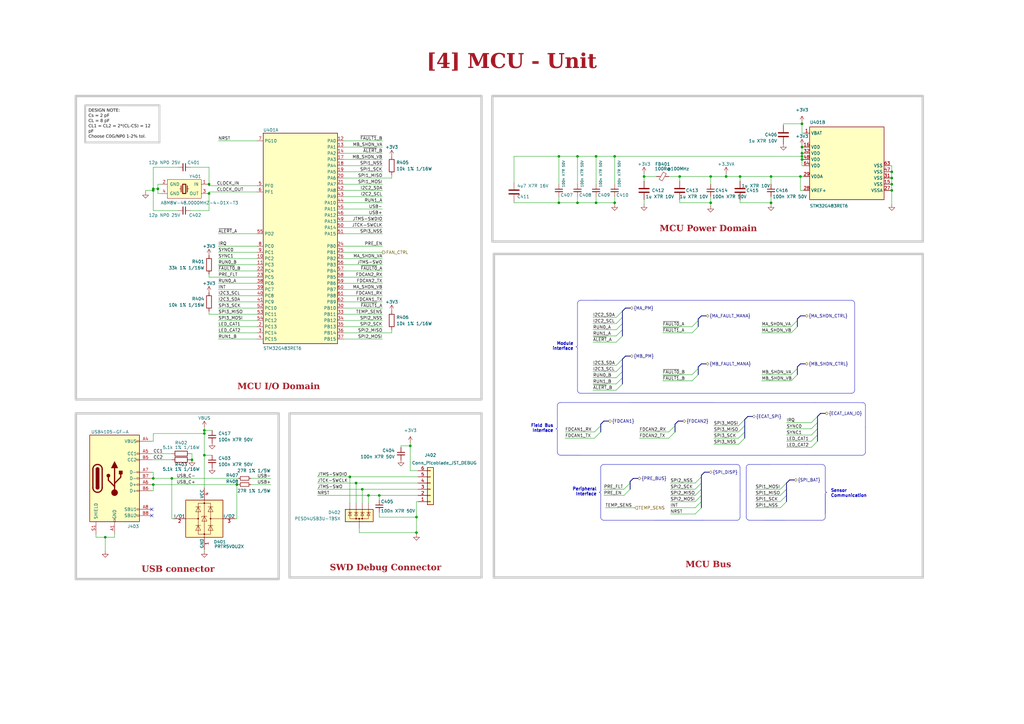
<source format=kicad_sch>
(kicad_sch (version 20231120) (generator "eeschema") (generator_version "8.0")
  (paper "A3")
  (title_block (title "Sheet Title A") (date "Last Modified Date") (rev "${REVISION}") (company "${COMPANY}"))
  (bus_alias "ECAT_LAN_IO" (members "IRQ" "SYNC0" "SYNC1" "LED_CAT1" "LED_CAT2"))
  (bus_alias "ECAT_SPI" (members "SPI3_MOSI" "SPI3_MISO" "SPI3_SCK" "SPI3_NSS"))
  (bus_alias "FDCAN1" (members "FDCAN1_RX" "FDCAN1_TX"))
  (bus_alias "FDCAN2" (members "FDCAN2_RX" "FDCAN2_TX"))
  (bus_alias "LED" (members "LED1" "LED_USB"))
  (bus_alias "MA_FAULT_MANA" (members "~{FAULT0}_A" "~{FAULT1}_A"))
  (bus_alias "MA_PM" (members "I2C2_SDA" "I2C2_SCL" "RUN0_A" "RUN1_A" "~{ALERT}_A"))
  (bus_alias "MA_SHDN_CTRL" (members "MA_SHDN_VA" "MA_SHDN_VB"))
  (bus_alias "MB_FAULT_MANA" (members "~{FAULT0}_B" "~{FAULT1}_B"))
  (bus_alias "MB_PM" (members "I2C3_SDA" "I2C3_SCL" "RUN0_B" "RUN1_B" "~{ALERT}_B"))
  (bus_alias "MB_SHDN_CTRL" (members "MB_SHDN_VA" "MB_SHDN_VB"))
  (bus_alias "PRE_BUS" (members "PRE_FLT" "PRE_EN"))
  (bus_alias "SPI_BAT" (members "SPI1_MOSI" "SPI1_MISO" "SPI1_SCK" "SPI1_NSS"))
  (bus_alias "SPI_DISP" (members "SPI2_NSS" "SPI2_SCK" "SPI2_MISO" "SPI2_MOSI" "INT" "NRST"))
  (junction (at 328.93 65.405))
  (junction (at 297.815 72.39))
  (junction (at 43.18 220.345))
  (junction (at 64.77 77.47))
  (junction (at 365.76 73.025))
  (junction (at 151.13 203.2))
  (junction (at 170.815 218.44))
  (junction (at 62.865 78.105))
  (junction (at 291.465 83.185))
  (junction (at 85.725 75.565))
  (junction (at 85.725 79.375))
  (junction (at 143.51 195.58))
  (junction (at 252.095 83.185))
  (junction (at 244.475 83.185))
  (junction (at 83.82 186.69))
  (junction (at 62.865 198.755))
  (junction (at 316.23 72.39))
  (junction (at 328.295 72.39))
  (junction (at 316.23 83.185))
  (junction (at 148.59 200.66))
  (junction (at 328.93 62.865))
  (junction (at 236.855 83.185))
  (junction (at 229.235 64.135))
  (junction (at 62.865 196.215))
  (junction (at 328.93 50.8))
  (junction (at 83.82 177.8))
  (junction (at 244.475 64.135))
  (junction (at 278.765 72.39))
  (junction (at 62.865 77.47))
  (junction (at 303.53 72.39))
  (junction (at 365.76 70.485))
  (junction (at 365.76 75.565))
  (junction (at 146.05 198.12))
  (junction (at 328.93 64.135))
  (junction (at 252.095 64.135))
  (junction (at 97.155 198.755))
  (junction (at 365.76 78.105))
  (junction (at 168.275 182.88))
  (junction (at 264.16 72.39))
  (junction (at 236.855 64.135))
  (junction (at 170.815 212.09))
  (junction (at 78.74 188.595))
  (junction (at 229.235 83.185))
  (junction (at 155.575 203.2))
  (junction (at 328.93 60.325))
  (junction (at 83.82 176.53))
  (junction (at 291.465 72.39))
  (junction (at 70.485 196.215))
  (no_connect (at 62.23 211.455))
  (no_connect (at 62.23 208.915))
  (bus_entry (at 255.27 135.255) (size -2.54 2.54))
  (bus_entry (at 335.28 178.435) (size -2.54 2.54))
  (bus_entry (at 322.58 200.66) (size -2.54 2.54))
  (bus_entry (at 287.655 195.58) (size -2.54 2.54))
  (bus_entry (at 287.655 198.12) (size -2.54 2.54))
  (bus_entry (at 243.85 179.7) (size 2.54 -2.54))
  (bus_entry (at 335.28 180.975) (size -2.54 2.54))
  (bus_entry (at 324.485 156.21) (size 2.54 -2.54))
  (bus_entry (at 305.445 177.16) (size -2.54 2.54))
  (bus_entry (at 287.655 208.28) (size -2.54 2.54))
  (bus_entry (at 274.32 177.165) (size 2.54 -2.54))
  (bus_entry (at 287.655 203.2) (size -2.54 2.54))
  (bus_entry (at 305.445 179.7) (size -2.54 2.54))
  (bus_entry (at 283.845 156.21) (size 2.54 -2.54))
  (bus_entry (at 283.845 133.985) (size 2.54 -2.54))
  (bus_entry (at 255.27 132.715) (size -2.54 2.54))
  (bus_entry (at 287.655 200.66) (size -2.54 2.54))
  (bus_entry (at 305.445 174.62) (size -2.54 2.54))
  (bus_entry (at 255.27 130.175) (size -2.54 2.54))
  (bus_entry (at 255.27 147.32) (size -2.54 2.54))
  (bus_entry (at 324.485 133.985) (size 2.54 -2.54))
  (bus_entry (at 335.28 175.895) (size -2.54 2.54))
  (bus_entry (at 283.845 136.525) (size 2.54 -2.54))
  (bus_entry (at 324.485 136.525) (size 2.54 -2.54))
  (bus_entry (at 283.845 153.67) (size 2.54 -2.54))
  (bus_entry (at 322.58 198.12) (size -2.54 2.54))
  (bus_entry (at 335.28 173.355) (size -2.54 2.54))
  (bus_entry (at 243.85 177.16) (size 2.54 -2.54))
  (bus_entry (at 335.28 170.815) (size -2.54 2.54))
  (bus_entry (at 255.27 137.795) (size -2.54 2.54))
  (bus_entry (at 255.27 127.635) (size -2.54 2.54))
  (bus_entry (at 255.915 203.19) (size 2.54 -2.54))
  (bus_entry (at 255.905 200.66) (size 2.54 -2.54))
  (bus_entry (at 322.58 203.2) (size -2.54 2.54))
  (bus_entry (at 324.485 153.67) (size 2.54 -2.54))
  (bus_entry (at 255.27 157.48) (size -2.54 2.54))
  (bus_entry (at 287.655 205.74) (size -2.54 2.54))
  (bus_entry (at 255.27 149.86) (size -2.54 2.54))
  (bus_entry (at 255.27 154.94) (size -2.54 2.54))
  (bus_entry (at 255.27 152.4) (size -2.54 2.54))
  (bus_entry (at 305.445 172.08) (size -2.54 2.54))
  (bus_entry (at 322.58 205.74) (size -2.54 2.54))
  (bus_entry (at 274.32 179.705) (size 2.54 -2.54))
  (wire (pts (xy 328.93 50.8) (xy 328.93 54.61)))
  (wire (pts (xy 164.465 182.88) (xy 168.275 182.88)))
  (bus (pts (xy 305.445 172.08) (xy 305.445 174.62)))
  (wire (pts (xy 264.16 71.12) (xy 264.16 72.39)))
  (wire (pts (xy 66.04 79.375) (xy 64.77 79.375)))
  (bus (pts (xy 255.27 130.175) (xy 255.27 132.715)))
  (wire (pts (xy 140.97 111.125) (xy 156.845 111.125)))
  (wire (pts (xy 316.23 72.39) (xy 316.23 75.565)))
  (wire (pts (xy 170.815 218.44) (xy 170.815 219.075)))
  (wire (pts (xy 274.32 179.705) (xy 262.255 179.705)))
  (wire (pts (xy 155.575 212.09) (xy 170.815 212.09)))
  (wire (pts (xy 85.725 75.565) (xy 85.09 75.565)))
  (wire (pts (xy 328.93 65.405) (xy 329.565 65.405)))
  (bus (pts (xy 276.86 173.99) (xy 278.13 172.72)))
  (polyline (pts (xy 334.645 186.69) (xy 353.695 186.69)))
  (wire (pts (xy 97.155 212.725) (xy 97.155 198.755)))
  (wire (pts (xy 59.69 78.105) (xy 62.865 78.105)))
  (wire (pts (xy 328.295 72.39) (xy 329.565 72.39)))
  (wire (pts (xy 328.93 62.865) (xy 328.93 60.325)))
  (wire (pts (xy 229.235 80.645) (xy 229.235 83.185)))
  (wire (pts (xy 321.31 50.8) (xy 328.93 50.8)))
  (wire (pts (xy 274.32 72.39) (xy 278.765 72.39)))
  (polyline (pts (xy 337.19 190.495) (xy 330.84 190.495)))
  (bus (pts (xy 327.025 150.495) (xy 327.025 151.13)))
  (wire (pts (xy 62.865 201.295) (xy 62.865 198.755)))
  (polyline (pts (xy 350.52 160.02) (xy 350.52 124.46)))
  (wire (pts (xy 83.82 177.8) (xy 83.82 186.69)))
  (bus (pts (xy 322.58 203.2) (xy 322.58 205.74)))
  (bus (pts (xy 246.39 173.985) (xy 247.66 172.715)))
  (polyline (pts (xy 229.88 186.685) (xy 334.645 186.69)))
  (wire (pts (xy 102.87 198.755) (xy 111.125 198.755)))
  (wire (pts (xy 244.475 83.185) (xy 252.095 83.185)))
  (wire (pts (xy 297.815 72.39) (xy 303.53 72.39)))
  (wire (pts (xy 303.53 72.39) (xy 316.23 72.39)))
  (wire (pts (xy 62.23 186.055) (xy 70.485 186.055)))
  (wire (pts (xy 105.41 111.125) (xy 89.535 111.125)))
  (wire (pts (xy 168.275 181.61) (xy 168.275 182.88)))
  (wire (pts (xy 62.23 198.755) (xy 62.865 198.755)))
  (wire (pts (xy 365.76 73.025) (xy 365.76 75.565)))
  (wire (pts (xy 64.77 77.47) (xy 62.865 77.47)))
  (wire (pts (xy 156.845 60.325) (xy 140.97 60.325)))
  (wire (pts (xy 264.16 81.915) (xy 264.16 83.82)))
  (wire (pts (xy 156.845 100.965) (xy 140.97 100.965)))
  (wire (pts (xy 309.88 203.2) (xy 320.04 203.2)))
  (wire (pts (xy 328.93 50.165) (xy 328.93 50.8)))
  (bus (pts (xy 287.655 194.945) (xy 287.655 195.58)))
  (wire (pts (xy 89.535 116.205) (xy 105.41 116.205)))
  (wire (pts (xy 274.955 200.66) (xy 285.115 200.66)))
  (bus (pts (xy 286.385 150.495) (xy 286.385 151.13)))
  (wire (pts (xy 156.845 62.865) (xy 140.97 62.865)))
  (wire (pts (xy 156.845 106.045) (xy 140.97 106.045)))
  (wire (pts (xy 365.76 67.945) (xy 365.76 70.485)))
  (wire (pts (xy 365.76 78.105) (xy 365.76 83.82)))
  (wire (pts (xy 89.535 131.445) (xy 105.41 131.445)))
  (wire (pts (xy 278.765 72.39) (xy 291.465 72.39)))
  (bus (pts (xy 255.27 152.4) (xy 255.27 154.94)))
  (wire (pts (xy 83.82 186.69) (xy 83.82 200.025)))
  (wire (pts (xy 236.855 83.185) (xy 244.475 83.185)))
  (wire (pts (xy 89.535 136.525) (xy 105.41 136.525)))
  (wire (pts (xy 291.465 80.645) (xy 291.465 83.185)))
  (wire (pts (xy 85.725 86.36) (xy 85.725 79.375)))
  (wire (pts (xy 89.535 121.285) (xy 105.41 121.285)))
  (wire (pts (xy 229.235 64.135) (xy 229.235 75.565)))
  (wire (pts (xy 322.58 183.515) (xy 332.74 183.515)))
  (bus (pts (xy 246.39 174.62) (xy 246.39 177.16)))
  (wire (pts (xy 297.815 71.12) (xy 297.815 72.39)))
  (bus (pts (xy 255.27 132.715) (xy 255.27 135.255)))
  (wire (pts (xy 244.475 64.135) (xy 252.095 64.135)))
  (wire (pts (xy 243.205 132.715) (xy 252.73 132.715)))
  (polyline (pts (xy 306.07 212.09) (xy 306.07 203.835)))
  (wire (pts (xy 243.205 130.175) (xy 252.73 130.175)))
  (wire (pts (xy 140.97 108.585) (xy 156.845 108.585)))
  (wire (pts (xy 140.97 123.825) (xy 156.845 123.825)))
  (polyline (pts (xy 246.38 191.77) (xy 246.385 201.29)))
  (wire (pts (xy 365.76 78.105) (xy 365.125 78.105)))
  (wire (pts (xy 140.97 85.725) (xy 156.845 85.725)))
  (wire (pts (xy 278.765 83.185) (xy 291.465 83.185)))
  (bus (pts (xy 335.28 170.815) (xy 336.55 169.545)))
  (wire (pts (xy 143.51 206.375) (xy 143.51 195.58)))
  (bus (pts (xy 287.655 194.945) (xy 288.925 193.675)))
  (wire (pts (xy 274.955 203.2) (xy 285.115 203.2)))
  (wire (pts (xy 156.845 103.505) (xy 140.97 103.505)))
  (wire (pts (xy 210.82 74.93) (xy 210.82 64.135)))
  (wire (pts (xy 156.845 131.445) (xy 140.97 131.445)))
  (wire (pts (xy 85.725 78.74) (xy 105.41 78.74)))
  (wire (pts (xy 83.82 226.06) (xy 83.82 225.425)))
  (wire (pts (xy 252.095 64.135) (xy 252.095 75.565)))
  (wire (pts (xy 62.23 193.675) (xy 62.865 193.675)))
  (wire (pts (xy 105.41 57.785) (xy 89.535 57.785)))
  (wire (pts (xy 243.205 154.94) (xy 252.73 154.94)))
  (bus (pts (xy 258.45 197.48) (xy 259.72 196.21)))
  (bus (pts (xy 255.27 147.32) (xy 256.54 146.05)))
  (wire (pts (xy 164.465 183.515) (xy 164.465 182.88)))
  (wire (pts (xy 171.45 205.74) (xy 170.815 205.74)))
  (bus (pts (xy 258.445 198.12) (xy 258.455 198.11)))
  (wire (pts (xy 274.955 208.28) (xy 285.115 208.28)))
  (wire (pts (xy 85.725 79.375) (xy 85.09 79.375)))
  (wire (pts (xy 365.76 70.485) (xy 365.125 70.485)))
  (wire (pts (xy 140.97 75.565) (xy 156.845 75.565)))
  (wire (pts (xy 140.97 80.645) (xy 156.845 80.645)))
  (bus (pts (xy 305.445 172.08) (xy 306.715 170.81)))
  (bus (pts (xy 335.28 173.355) (xy 335.28 175.895)))
  (wire (pts (xy 252.095 80.645) (xy 252.095 83.185)))
  (wire (pts (xy 243.205 152.4) (xy 252.73 152.4)))
  (wire (pts (xy 156.845 133.985) (xy 140.97 133.985)))
  (wire (pts (xy 156.845 57.785) (xy 140.97 57.785)))
  (bus (pts (xy 286.385 131.445) (xy 286.385 133.985)))
  (wire (pts (xy 274.32 177.165) (xy 262.255 177.165)))
  (bus (pts (xy 256.54 146.05) (xy 258.445 146.05)))
  (wire (pts (xy 105.41 108.585) (xy 89.535 108.585)))
  (polyline (pts (xy 229.88 165.095) (xy 334.645 165.1)))
  (wire (pts (xy 244.475 64.135) (xy 244.475 75.565)))
  (wire (pts (xy 83.82 186.69) (xy 86.995 186.69)))
  (wire (pts (xy 321.31 50.8) (xy 321.31 51.435)))
  (wire (pts (xy 140.97 136.525) (xy 160.655 136.525)))
  (wire (pts (xy 243.205 160.02) (xy 252.73 160.02)))
  (bus (pts (xy 322.58 198.12) (xy 323.85 196.85)))
  (wire (pts (xy 89.535 100.965) (xy 105.41 100.965)))
  (wire (pts (xy 62.865 68.58) (xy 62.865 77.47)))
  (wire (pts (xy 291.465 72.39) (xy 291.465 75.565)))
  (bus (pts (xy 255.27 149.86) (xy 255.27 152.4)))
  (wire (pts (xy 252.095 64.135) (xy 328.93 64.135)))
  (wire (pts (xy 365.76 73.025) (xy 365.125 73.025)))
  (wire (pts (xy 62.865 180.975) (xy 62.23 180.975)))
  (wire (pts (xy 292.745 174.62) (xy 302.905 174.62)))
  (wire (pts (xy 283.845 153.67) (xy 271.78 153.67)))
  (wire (pts (xy 236.855 64.135) (xy 236.855 75.565)))
  (polyline (pts (xy 228.6 176.535) (xy 228.61 185.415)))
  (polyline (pts (xy 338.465 202.565) (xy 338.465 210.82)))
  (wire (pts (xy 322.58 178.435) (xy 332.74 178.435)))
  (wire (pts (xy 85.725 128.905) (xy 105.41 128.905)))
  (wire (pts (xy 89.535 118.745) (xy 105.41 118.745)))
  (polyline (pts (xy 238.125 161.29) (xy 241.935 161.29)))
  (bus (pts (xy 322.58 200.66) (xy 322.58 203.2)))
  (wire (pts (xy 89.535 95.885) (xy 105.41 95.885)))
  (bus (pts (xy 322.58 198.12) (xy 322.58 200.66)))
  (bus (pts (xy 306.715 170.81) (xy 308.62 170.81)))
  (wire (pts (xy 365.76 67.945) (xy 365.125 67.945)))
  (wire (pts (xy 140.97 78.105) (xy 156.845 78.105)))
  (wire (pts (xy 78.105 188.595) (xy 78.74 188.595)))
  (wire (pts (xy 147.32 218.44) (xy 170.815 218.44)))
  (wire (pts (xy 140.97 67.945) (xy 156.845 67.945)))
  (bus (pts (xy 323.85 196.85) (xy 325.755 196.85)))
  (wire (pts (xy 89.535 123.825) (xy 105.41 123.825)))
  (bus (pts (xy 286.385 150.495) (xy 287.655 149.225)))
  (wire (pts (xy 328.93 60.325) (xy 329.565 60.325)))
  (wire (pts (xy 243.205 157.48) (xy 252.73 157.48)))
  (wire (pts (xy 62.865 77.47) (xy 62.865 78.105)))
  (wire (pts (xy 140.97 116.205) (xy 156.845 116.205)))
  (wire (pts (xy 236.855 80.645) (xy 236.855 83.185)))
  (wire (pts (xy 264.16 72.39) (xy 264.16 74.295)))
  (polyline (pts (xy 337.19 213.355) (xy 330.84 213.355)))
  (wire (pts (xy 155.575 210.185) (xy 155.575 212.09)))
  (wire (pts (xy 229.235 83.185) (xy 236.855 83.185)))
  (wire (pts (xy 255.905 200.66) (xy 247.655 200.655)))
  (bus (pts (xy 287.655 129.54) (xy 289.56 129.54)))
  (wire (pts (xy 316.23 72.39) (xy 328.295 72.39)))
  (bus (pts (xy 335.28 175.895) (xy 335.28 178.435)))
  (wire (pts (xy 70.485 196.215) (xy 70.485 212.725)))
  (polyline (pts (xy 338.465 202.565) (xy 338.465 212.09)))
  (bus (pts (xy 247.66 172.715) (xy 249.565 172.715)))
  (wire (pts (xy 329.565 78.105) (xy 328.295 78.105)))
  (wire (pts (xy 309.88 208.28) (xy 320.04 208.28)))
  (wire (pts (xy 248.285 208.28) (xy 260.35 208.28)))
  (wire (pts (xy 243.205 137.795) (xy 252.73 137.795)))
  (wire (pts (xy 146.05 198.12) (xy 171.45 198.12)))
  (bus (pts (xy 256.54 126.365) (xy 258.445 126.365)))
  (wire (pts (xy 278.765 72.39) (xy 278.765 74.295)))
  (wire (pts (xy 70.485 212.725) (xy 71.12 212.725)))
  (bus (pts (xy 327.025 131.445) (xy 327.025 133.985)))
  (wire (pts (xy 89.535 106.045) (xy 105.41 106.045)))
  (wire (pts (xy 322.58 175.895) (xy 332.74 175.895)))
  (wire (pts (xy 62.23 201.295) (xy 62.865 201.295)))
  (wire (pts (xy 140.97 118.745) (xy 156.845 118.745)))
  (wire (pts (xy 83.82 176.53) (xy 83.82 177.8)))
  (bus (pts (xy 255.27 127.635) (xy 256.54 126.365)))
  (wire (pts (xy 365.76 75.565) (xy 365.125 75.565)))
  (wire (pts (xy 140.97 70.485) (xy 156.845 70.485)))
  (wire (pts (xy 243.85 179.7) (xy 231.785 179.7)))
  (wire (pts (xy 62.23 196.215) (xy 62.865 196.215)))
  (wire (pts (xy 328.93 59.69) (xy 328.93 60.325)))
  (wire (pts (xy 85.725 113.665) (xy 105.41 113.665)))
  (wire (pts (xy 85.725 127.635) (xy 85.725 128.905)))
  (bus (pts (xy 287.655 198.12) (xy 287.655 200.66)))
  (wire (pts (xy 243.205 140.335) (xy 252.73 140.335)))
  (bus (pts (xy 327.025 130.81) (xy 328.295 129.54)))
  (wire (pts (xy 274.955 198.12) (xy 285.115 198.12)))
  (wire (pts (xy 62.865 198.755) (xy 97.155 198.755)))
  (wire (pts (xy 243.205 149.86) (xy 252.73 149.86)))
  (wire (pts (xy 309.88 205.74) (xy 320.04 205.74)))
  (wire (pts (xy 64.77 77.47) (xy 64.77 79.375)))
  (wire (pts (xy 140.97 121.285) (xy 156.845 121.285)))
  (bus (pts (xy 258.455 198.11) (xy 258.455 200.65)))
  (wire (pts (xy 39.37 219.075) (xy 39.37 220.345)))
  (bus (pts (xy 246.39 173.985) (xy 246.39 174.62)))
  (polyline (pts (xy 244.475 123.19) (xy 349.25 123.19)))
  (wire (pts (xy 171.45 193.04) (xy 168.275 193.04)))
  (wire (pts (xy 140.97 93.345) (xy 156.845 93.345)))
  (wire (pts (xy 252.095 83.185) (xy 252.095 83.82)))
  (polyline (pts (xy 338.465 191.77) (xy 338.46 201.29)))
  (wire (pts (xy 130.175 195.58) (xy 143.51 195.58)))
  (polyline (pts (xy 247.65 190.5) (xy 302.26 190.5)))
  (wire (pts (xy 140.97 139.065) (xy 156.845 139.065)))
  (polyline (pts (xy 330.84 190.495) (xy 307.34 190.5)))
  (bus (pts (xy 327.025 151.13) (xy 327.025 153.67)))
  (wire (pts (xy 130.175 203.2) (xy 151.13 203.2)))
  (wire (pts (xy 170.815 205.74) (xy 170.815 212.09)))
  (bus (pts (xy 335.28 178.435) (xy 335.28 180.975)))
  (wire (pts (xy 97.155 198.755) (xy 97.79 198.755)))
  (wire (pts (xy 170.815 212.09) (xy 170.815 218.44)))
  (wire (pts (xy 274.955 205.74) (xy 285.115 205.74)))
  (wire (pts (xy 62.865 196.215) (xy 62.865 193.675)))
  (polyline (pts (xy 238.125 123.19) (xy 244.475 123.19)))
  (wire (pts (xy 102.87 196.215) (xy 111.125 196.215)))
  (wire (pts (xy 229.235 64.135) (xy 236.855 64.135)))
  (bus (pts (xy 255.27 135.255) (xy 255.27 137.795)))
  (wire (pts (xy 62.865 177.8) (xy 62.865 180.975)))
  (wire (pts (xy 324.485 156.21) (xy 312.42 156.21)))
  (bus (pts (xy 287.655 203.2) (xy 287.655 205.74)))
  (wire (pts (xy 85.725 112.395) (xy 85.725 113.665)))
  (wire (pts (xy 140.97 88.265) (xy 156.845 88.265)))
  (polyline (pts (xy 247.655 213.355) (xy 302.26 213.36)))
  (wire (pts (xy 62.23 188.595) (xy 70.485 188.595)))
  (wire (pts (xy 148.59 200.66) (xy 171.45 200.66)))
  (wire (pts (xy 283.845 136.525) (xy 271.78 136.525)))
  (wire (pts (xy 148.59 206.375) (xy 148.59 200.66)))
  (wire (pts (xy 328.93 67.945) (xy 329.565 67.945)))
  (wire (pts (xy 324.485 133.985) (xy 312.42 133.985)))
  (wire (pts (xy 291.465 72.39) (xy 297.815 72.39)))
  (bus (pts (xy 287.655 195.58) (xy 287.655 198.12)))
  (bus (pts (xy 255.27 127.635) (xy 255.27 130.175)))
  (wire (pts (xy 147.32 216.535) (xy 147.32 218.44)))
  (wire (pts (xy 155.575 203.2) (xy 171.45 203.2)))
  (polyline (pts (xy 330.84 213.355) (xy 307.34 213.36)))
  (wire (pts (xy 324.485 136.525) (xy 312.42 136.525)))
  (wire (pts (xy 160.655 135.255) (xy 160.655 136.525)))
  (bus (pts (xy 336.55 169.545) (xy 338.455 169.545)))
  (polyline (pts (xy 306.07 203.835) (xy 306.07 191.77)))
  (bus (pts (xy 287.655 200.66) (xy 287.655 203.2)))
  (wire (pts (xy 78.105 186.055) (xy 78.74 186.055)))
  (wire (pts (xy 316.23 83.185) (xy 316.23 83.82)))
  (wire (pts (xy 328.93 65.405) (xy 328.93 64.135)))
  (wire (pts (xy 328.295 72.39) (xy 328.295 78.105)))
  (wire (pts (xy 322.58 173.355) (xy 332.74 173.355)))
  (wire (pts (xy 243.205 135.255) (xy 252.73 135.255)))
  (bus (pts (xy 305.445 174.62) (xy 305.445 177.16)))
  (wire (pts (xy 292.745 177.16) (xy 302.905 177.16)))
  (wire (pts (xy 151.13 203.2) (xy 155.575 203.2)))
  (bus (pts (xy 327.025 130.81) (xy 327.025 131.445)))
  (wire (pts (xy 292.745 179.7) (xy 302.905 179.7)))
  (wire (pts (xy 303.53 83.185) (xy 316.23 83.185)))
  (wire (pts (xy 151.13 206.375) (xy 151.13 203.2)))
  (wire (pts (xy 140.97 95.885) (xy 156.845 95.885)))
  (wire (pts (xy 66.04 75.565) (xy 64.77 75.565)))
  (bus (pts (xy 305.445 177.16) (xy 305.445 179.7)))
  (wire (pts (xy 85.725 76.2) (xy 105.41 76.2)))
  (wire (pts (xy 210.82 64.135) (xy 229.235 64.135)))
  (wire (pts (xy 283.845 156.21) (xy 271.78 156.21)))
  (wire (pts (xy 46.99 220.345) (xy 46.99 219.075)))
  (bus (pts (xy 276.86 174.625) (xy 276.86 177.165)))
  (wire (pts (xy 43.18 220.345) (xy 46.99 220.345)))
  (wire (pts (xy 140.97 113.665) (xy 156.845 113.665)))
  (wire (pts (xy 140.97 90.805) (xy 156.845 90.805)))
  (wire (pts (xy 365.76 70.485) (xy 365.76 73.025)))
  (wire (pts (xy 328.93 62.865) (xy 328.93 64.135)))
  (bus (pts (xy 286.385 130.81) (xy 286.385 131.445)))
  (wire (pts (xy 291.465 83.185) (xy 291.465 84.455)))
  (bus (pts (xy 255.27 154.94) (xy 255.27 157.48)))
  (bus (pts (xy 286.385 151.13) (xy 286.385 153.67)))
  (wire (pts (xy 328.93 62.865) (xy 329.565 62.865)))
  (polyline (pts (xy 334.645 165.1) (xy 353.695 165.1)))
  (wire (pts (xy 85.725 78.74) (xy 85.725 79.375)))
  (wire (pts (xy 43.18 226.06) (xy 43.18 220.345)))
  (wire (pts (xy 62.865 78.105) (xy 62.865 86.36)))
  (wire (pts (xy 64.77 75.565) (xy 64.77 77.47)))
  (wire (pts (xy 140.97 126.365) (xy 156.845 126.365)))
  (wire (pts (xy 210.82 82.55) (xy 210.82 83.185)))
  (wire (pts (xy 140.97 73.025) (xy 160.655 73.025)))
  (wire (pts (xy 143.51 195.58) (xy 171.45 195.58)))
  (polyline (pts (xy 354.965 185.42) (xy 354.965 175.26)))
  (wire (pts (xy 130.175 198.12) (xy 146.05 198.12)))
  (wire (pts (xy 168.275 182.88) (xy 168.275 193.04)))
  (polyline (pts (xy 236.855 142.875) (xy 236.855 160.02)))
  (wire (pts (xy 146.05 206.375) (xy 146.05 198.12)))
  (bus (pts (xy 278.13 172.72) (xy 280.035 172.72)))
  (bus (pts (xy 288.925 193.675) (xy 290.83 193.675)))
  (bus (pts (xy 258.45 197.48) (xy 258.445 198.12)))
  (bus (pts (xy 328.295 149.225) (xy 330.2 149.225)))
  (wire (pts (xy 303.53 81.915) (xy 303.53 83.185)))
  (bus (pts (xy 259.72 196.21) (xy 261.625 196.21)))
  (wire (pts (xy 78.74 186.055) (xy 78.74 188.595)))
  (wire (pts (xy 247.66 203.19) (xy 255.915 203.19)))
  (bus (pts (xy 286.385 130.81) (xy 287.655 129.54)))
  (bus (pts (xy 327.025 150.495) (xy 328.295 149.225)))
  (wire (pts (xy 365.76 75.565) (xy 365.76 78.105)))
  (wire (pts (xy 89.535 133.985) (xy 105.41 133.985)))
  (wire (pts (xy 89.535 126.365) (xy 105.41 126.365)))
  (polyline (pts (xy 236.855 124.46) (xy 236.855 141.605)))
  (wire (pts (xy 316.23 80.645) (xy 316.23 83.185)))
  (wire (pts (xy 328.93 67.945) (xy 328.93 65.405)))
  (wire (pts (xy 140.97 83.185) (xy 156.845 83.185)))
  (wire (pts (xy 285.115 210.82) (xy 274.955 210.82)))
  (wire (pts (xy 324.485 153.67) (xy 312.42 153.67)))
  (wire (pts (xy 70.485 196.215) (xy 97.79 196.215)))
  (wire (pts (xy 130.175 200.66) (xy 148.59 200.66)))
  (wire (pts (xy 155.575 203.2) (xy 155.575 205.105)))
  (wire (pts (xy 89.535 103.505) (xy 105.41 103.505)))
  (bus (pts (xy 335.28 170.815) (xy 335.28 173.355)))
  (bus (pts (xy 276.86 173.99) (xy 276.86 174.625)))
  (wire (pts (xy 236.855 64.135) (xy 244.475 64.135)))
  (bus (pts (xy 255.27 147.32) (xy 255.27 149.86)))
  (wire (pts (xy 73.025 68.58) (xy 62.865 68.58)))
  (wire (pts (xy 243.85 177.16) (xy 231.785 177.16)))
  (wire (pts (xy 85.725 68.58) (xy 85.725 75.565)))
  (wire (pts (xy 140.97 65.405) (xy 156.845 65.405)))
  (wire (pts (xy 85.725 76.2) (xy 85.725 75.565)))
  (wire (pts (xy 292.745 182.24) (xy 302.905 182.24)))
  (polyline (pts (xy 303.53 201.295) (xy 303.525 212.09)))
  (wire (pts (xy 39.37 220.345) (xy 43.18 220.345)))
  (wire (pts (xy 140.97 128.905) (xy 156.845 128.905)))
  (bus (pts (xy 328.295 129.54) (xy 330.2 129.54)))
  (wire (pts (xy 160.655 71.755) (xy 160.655 73.025)))
  (polyline (pts (xy 303.525 191.77) (xy 303.53 201.295)))
  (wire (pts (xy 322.58 180.975) (xy 332.74 180.975)))
  (wire (pts (xy 96.52 212.725) (xy 97.155 212.725)))
  (polyline (pts (xy 228.61 166.365) (xy 228.61 175.255)))
  (wire (pts (xy 278.765 81.915) (xy 278.765 83.185)))
  (wire (pts (xy 328.93 54.61) (xy 329.565 54.61)))
  (wire (pts (xy 89.535 139.065) (xy 105.41 139.065)))
  (polyline (pts (xy 246.375 202.57) (xy 246.38 212.09)))
  (wire (pts (xy 264.16 72.39) (xy 269.24 72.39)))
  (polyline (pts (xy 241.935 161.29) (xy 349.25 161.29)))
  (wire (pts (xy 62.865 177.8) (xy 83.82 177.8)))
  (wire (pts (xy 309.88 200.66) (xy 320.04 200.66)))
  (wire (pts (xy 303.53 72.39) (xy 303.53 74.295)))
  (wire (pts (xy 244.475 80.645) (xy 244.475 83.185)))
  (wire (pts (xy 85.725 68.58) (xy 78.105 68.58)))
  (wire (pts (xy 78.105 86.36) (xy 85.725 86.36)))
  (wire (pts (xy 283.845 133.985) (xy 271.78 133.985)))
  (wire (pts (xy 86.995 176.53) (xy 83.82 176.53)))
  (wire (pts (xy 62.865 196.215) (xy 70.485 196.215)))
  (bus (pts (xy 287.655 205.74) (xy 287.655 208.28)))
  (wire (pts (xy 73.025 86.36) (xy 62.865 86.36)))
  (wire (pts (xy 59.69 78.105) (xy 59.69 78.74)))
  (wire (pts (xy 83.82 175.26) (xy 83.82 176.53)))
  (polyline (pts (xy 354.965 175.26) (xy 354.965 166.37)))
  (bus (pts (xy 287.655 149.225) (xy 289.56 149.225)))
  (wire (pts (xy 210.82 83.185) (xy 229.235 83.185)))
  (rectangle (start 202.565 104.14) (end 378.46 236.855) (stroke (width 1) (color 200 200 200 1)))
  (arc (start 349.255 123.185) (mid 350.1542 123.5543) (end 350.525 124.455))
  (arc (start 236.225 142.235) (mid 236.6785 142.4165) (end 236.86 142.87))
  (arc (start 307.345 213.355) (mid 306.4484 212.9816) (end 306.075 212.085))
  (arc (start 245.745 201.93) (mid 246.1985 202.1115) (end 246.38 202.565))
  (arc (start 353.695 165.1) (mid 354.5975 165.4675) (end 354.965 166.37))
  (arc (start 236.86 124.455) (mid 237.2302 123.5537) (end 238.13 123.185))
  (arc (start 246.38 201.295) (mid 246.1926 201.7426) (end 245.745 201.93))
  (arc (start 246.385 191.765) (mid 246.7555 190.8655) (end 247.655 190.495))
  (arc (start 350.52 160.02) (mid 350.1448 160.9134) (end 349.25 161.29))
  (rectangle (start 31.115 169.545) (end 114.3 237.49) (stroke (width 1) (color 200 200 200 1)))
  (arc (start 247.645 213.365) (mid 246.7395 213.0005) (end 246.375 212.095))
  (arc (start 338.46 212.085) (mid 338.0913 212.9878) (end 337.19 213.355))
  (arc (start 306.07 191.76) (mid 306.436 190.856) (end 307.34 190.49))
  (arc (start 303.53 212.095) (mid 303.164 212.999) (end 302.26 213.365))
  (arc (start 227.97 175.895) (mid 228.4269 176.0746) (end 228.605 176.53))
  (rectangle (start 118.745 169.545) (end 197.485 236.855) (stroke (width 1) (color 200 200 200 1)))
  (arc (start 337.185 190.49) (mid 338.0848 190.8617) (end 338.455 191.76))
  (arc (start 339.095 201.925) (mid 338.6474 201.7376) (end 338.46 201.29))
  (arc (start 228.605 175.26) (mid 228.4208 175.7123) (end 227.97 175.895))
  (rectangle (start 31.115 39.37) (end 197.485 163.83) (stroke (width 1) (color 200 200 200 1)))
  (rectangle (start 201.93 39.37) (end 378.46 99.06) (stroke (width 1) (color 200 200 200 1)))
  (arc (start 354.96 185.425) (mid 354.588 186.323) (end 353.69 186.695))
  (arc (start 229.87 186.695) (mid 228.966 186.329) (end 228.6 185.425))
  (arc (start 228.605 166.37) (mid 228.9784 165.4734) (end 229.875 165.1))
  (arc (start 338.46 202.56) (mid 338.6415 202.1065) (end 339.095 201.925))
  (arc (start 302.25 190.495) (mid 303.151 190.864) (end 303.52 191.765))
  (arc (start 236.86 141.6) (mid 236.6726 142.0476) (end 236.225 142.235))
  (arc (start 238.125 161.29) (mid 237.2207 160.9228) (end 236.855 160.02))
  (text_box "USB connector" (at 31.75 229.87 0) (size 82.55 6.985) (stroke (width -0.0001)) (effects (font (size 2.54 2.54) (thickness 0.508) (bold yes)) (justify bottom)))
  (text_box "Field Bus Interface" (at 214.64 172.715 0) (size 13.335 7.62) (stroke (width -0.0001)) (effects (font (size 1.27 1.27) (thickness 0.254) (bold yes)) (justify right top)))
  (text_box "Module interface" (at 222.885 139.065 0) (size 13.335 5.715) (stroke (width -0.0001)) (effects (font (size 1.27 1.27) (thickness 0.254) (bold yes)) (justify right top)))
  (text_box "MCU Power Domain" (at 202.565 90.17 0) (size 175.895 6.985) (stroke (width -0.0001)) (effects (font (size 2.54 2.54) (thickness 0.508) (bold yes)) (justify bottom)))
  (text_box "Peripheral Interface" (at 232.415 198.75 0) (size 13.335 6.985) (stroke (width -0.0001)) (effects (font (size 1.27 1.27) (thickness 0.254) (bold yes)) (justify right top)))
  (text_box "[4] MCU - Unit\n" (at 12.065 19.05 0) (size 395.605 12.7) (stroke (width -0.0001)) (effects (font (size 6 6) (thickness 1.2) (bold yes))))
  (text_box "MCU I/O Domain" (at 31.115 154.94 0) (size 166.37 6.985) (stroke (width -0.0001)) (effects (font (size 2.54 2.54) (thickness 0.508) (bold yes)) (justify bottom)))
  (text_box "MCU Bus\n" (at 202.565 227.965 0) (size 175.895 6.985) (stroke (width -0.0001)) (effects (font (size 2.54 2.54) (thickness 0.508) (bold yes)) (justify bottom)))
  (text_box "DESIGN NOTE:\nCs = 2 pF\nCL = 8 pF\nCL1 = CL2 = 2*(CL-CS) = 12 pF\nChoose C0G/NP0 1-2% tol." (at 34.925 43.18 0) (size 30.48 15.24) (stroke (width 0.8) (color 200 200 200 1)) (effects (font (size 1.27 1.27)) (justify left top)))
  (text_box "Sensor\nCommunication" (at 339.735 199.39 0) (size 13.335 5.715) (stroke (width -0.0001)) (effects (font (size 1.27 1.27) (thickness 0.254) (bold yes)) (justify left top)))
  (text_box "SWD Debug Connector\n" (at 118.745 229.235 0) (size 78.74 6.985) (stroke (width -0.0001)) (effects (font (size 2.54 2.54) (thickness 0.508) (bold yes)) (justify bottom)))
  (label "~{FAULT1}_B" (at 156.845 57.785 180))
  (label "SPI2_SCK" (at 274.955 200.66 0))
  (label "FDCAN1_RX" (at 156.845 121.285 180))
  (label "TEMP_SENS" (at 156.845 128.905 180))
  (label "FDCAN1_TX" (at 231.785 179.7 0))
  (label "~{ALERT}_A" (at 243.205 140.335 0))
  (label "JTMS-SWDIO" (at 156.845 90.805 180))
  (label "RUN1_A" (at 156.845 83.185 180))
  (label "LED_CAT2" (at 89.535 136.525 0))
  (label "SPI3_MOSI" (at 292.745 174.62 0))
  (label "INT" (at 89.535 118.745 0))
  (label "JTCK-SWCLK" (at 156.845 93.345 180))
  (label "PRE_EN" (at 156.845 100.965 180))
  (label "I2C2_SDA" (at 156.845 78.105 180))
  (label "JTCK-SWCLK" (at 130.175 198.12 0))
  (label "SPI2_MOSI" (at 156.845 139.065 180))
  (label "~{FAULT0}_A" (at 156.845 111.125 180))
  (label "PRE_FLT" (at 247.655 200.655 0))
  (label "USB_C-" (at 72.39 196.215 0))
  (label "SPI2_MOSI" (at 274.955 205.74 0))
  (label "FDCAN1_TX" (at 156.845 123.825 180))
  (label "I2C3_SDA" (at 243.205 149.86 0))
  (label "SPI3_MISO" (at 89.535 128.905 0))
  (label "USB_C+" (at 72.39 198.755 0))
  (label "PRE_EN" (at 247.66 203.19 0))
  (label "RUN0_A" (at 243.205 135.255 0))
  (label "TEMP_SENS" (at 248.285 208.28 0))
  (label "JTMS-SWO" (at 130.175 200.66 0))
  (label "SPI2_SCK" (at 156.845 133.985 180))
  (label "SPI2_MISO" (at 274.955 203.2 0))
  (label "LED_CAT1" (at 89.535 133.985 0))
  (label "I2C2_SCL" (at 243.205 132.715 0))
  (label "INT" (at 274.955 208.28 0))
  (label "I2C3_SCL" (at 89.535 121.285 0))
  (label "SPI1_SCK" (at 309.88 205.74 0))
  (label "MB_SHDN_VA" (at 312.42 153.67 0))
  (label "MB_SHDN_VA" (at 156.845 60.325 180))
  (label "RUN0_B" (at 243.205 154.94 0))
  (label "RUN1_A" (at 243.205 137.795 0))
  (label "RUN1_B" (at 243.205 157.48 0))
  (label "FDCAN2_TX" (at 156.845 116.205 180))
  (label "NRST" (at 274.955 210.82 0))
  (label "FDCAN2_RX" (at 262.255 177.165 0))
  (label "NRST" (at 89.535 57.785 0))
  (label "~{FAULT0}_B" (at 271.78 153.67 0))
  (label "SPI3_NSS" (at 292.745 182.24 0))
  (label "~{ALERT}_A" (at 89.535 95.885 0))
  (label "SPI1_MISO" (at 156.845 73.025 180))
  (label "SPI1_NSS" (at 156.845 67.945 180))
  (label "MB_SHDN_VB" (at 156.845 65.405 180))
  (label "~{FAULT0}_A" (at 271.78 133.985 0))
  (label "LED_CAT2" (at 322.58 183.515 0))
  (label "NRST" (at 130.175 203.2 0))
  (label "~{FAULT1}_B" (at 271.78 156.21 0))
  (label "SPI1_NSS" (at 309.88 208.28 0))
  (label "LED_CAT1" (at 322.58 180.975 0))
  (label "~{FAULT1}_A" (at 156.845 126.365 180))
  (label "RUN0_B" (at 89.535 108.585 0))
  (label "SYNC1" (at 89.535 106.045 0))
  (label "JTMS-SWO" (at 156.845 108.585 180))
  (label "RUN0_A" (at 89.535 116.205 0))
  (label "USB-" (at 111.125 196.215 180))
  (label "I2C2_SCL" (at 156.845 80.645 180))
  (label "PRE_FLT" (at 89.535 113.665 0))
  (label "SPI3_MOSI" (at 89.535 131.445 0))
  (label "MA_SHDN_VB" (at 156.845 118.745 180))
  (label "CC2" (at 62.865 188.595 0))
  (label "JTMS-SWDIO" (at 130.175 195.58 0))
  (label "MB_SHDN_VB" (at 312.42 156.21 0))
  (label "SPI1_MOSI" (at 156.845 75.565 180))
  (label "IRQ" (at 89.535 100.965 0))
  (label "SYNC1" (at 322.58 178.435 0))
  (label "SPI3_SCK" (at 292.745 179.7 0))
  (label "I2C3_SDA" (at 89.535 123.825 0))
  (label "FDCAN2_RX" (at 156.845 113.665 180))
  (label "CC1" (at 62.865 186.055 0))
  (label "USB-" (at 156.845 85.725 180))
  (label "~{ALERT}_B" (at 243.205 160.02 0))
  (label "SYNC0" (at 89.535 103.505 0))
  (label "~{FAULT1}_A" (at 271.78 136.525 0))
  (label "SPI1_MOSI" (at 309.88 200.66 0))
  (label "MA_SHDN_VB" (at 312.42 136.525 0))
  (label "SPI2_MISO" (at 156.845 136.525 180))
  (label "CLOCK_IN" (at 88.9 76.2 0))
  (label "SPI2_NSS" (at 274.955 198.12 0))
  (label "SPI1_MISO" (at 309.88 203.2 0))
  (label "I2C2_SDA" (at 243.205 130.175 0))
  (label "FDCAN2_TX" (at 262.255 179.705 0))
  (label "SPI3_MISO" (at 292.745 177.16 0))
  (label "RUN1_B" (at 89.535 139.065 0))
  (label "SPI3_NSS" (at 156.845 95.885 180))
  (label "IRQ" (at 322.58 173.355 0))
  (label "~{FAULT0}_B" (at 89.535 111.125 0))
  (label "~{ALERT}_B" (at 156.845 62.865 180))
  (label "SYNC0" (at 322.58 175.895 0))
  (label "SPI2_NSS" (at 156.845 131.445 180))
  (label "USB+" (at 156.845 88.265 180))
  (label "MA_SHDN_VA" (at 156.845 106.045 180))
  (label "SPI1_SCK" (at 156.845 70.485 180))
  (label "MA_SHDN_VA" (at 312.42 133.985 0))
  (label "CLOCK_OUT" (at 88.9 78.74 0))
  (label "SPI3_SCK" (at 89.535 126.365 0))
  (label "FDCAN1_RX" (at 231.785 177.16 0))
  (label "USB+" (at 111.125 198.755 180))
  (label "I2C3_SCL" (at 243.205 152.4 0))
  (hierarchical_label "{SPI_DISP}" (shape bidirectional) (at 290.83 193.675 0))
  (hierarchical_label "{MA_FAULT_MANA}" (shape bidirectional) (at 289.56 129.54 0))
  (hierarchical_label "{FDCAN2}" (shape bidirectional) (at 280.035 172.72 0))
  (hierarchical_label "{MB_FAULT_MANA}" (shape bidirectional) (at 289.56 149.225 0))
  (hierarchical_label "TEMP_SENS" (shape input) (at 260.35 208.28 0))
  (hierarchical_label "{MA_PM}" (shape bidirectional) (at 258.445 126.365 0))
  (hierarchical_label "{FDCAN1}" (shape bidirectional) (at 249.565 172.715 0))
  (hierarchical_label "{MB_SHDN_CTRL}" (shape bidirectional) (at 330.2 149.225 0))
  (hierarchical_label "{MB_PM}" (shape bidirectional) (at 258.445 146.05 0))
  (hierarchical_label "{PRE_BUS}" (shape bidirectional) (at 261.625 196.21 0))
  (hierarchical_label "{MA_SHDN_CTRL}" (shape bidirectional) (at 330.2 129.54 0))
  (hierarchical_label "{SPI_BAT}" (shape bidirectional) (at 325.755 196.85 0))
  (hierarchical_label "{ECAT_SPI}" (shape bidirectional) (at 308.62 170.81 0))
  (hierarchical_label "{ECAT_LAN_IO}" (shape bidirectional) (at 338.455 169.545 0))
  (hierarchical_label "FAN_CTRL" (shape output) (at 156.845 103.505 0))
  (symbol (lib_id "Device:C") (at 278.765 78.105 0) (unit 1)
    (property "Reference" "C413" (at 281.305 78.105 0) (effects (justify left)))
    (property "Value" "1u X7R 10V" (at 278.765 80.645 0) (effects (justify left)))
    (property "Footprint" "0_capacitor_smd:C_0402_1005_DensityHigh" (effects (hide yes)))
    (property "Datasheet" "https://search.murata.co.jp/Ceramy/image/img/A01X/G101/ENG/GRM155Z71A105KE01-01A.pdf" (effects (hide yes)))
    (property "Description" "1 µF ±10% 10V Ceramic Capacitor X7R 0402 (1005 Metric)" (effects (hide yes)))
    (property "Manufacturer" "Murata Electronics" (effects (hide yes)))
    (property "Manufacturer Part Number" "GRM155Z71A105KE01J" (effects (hide yes)))
    (property "Supplier 1" "Digikey" (effects (hide yes)))
    (property "Supplier Part Number 1" "490-GRM155Z71A105KE01JCT-ND" (effects (hide yes)))
  )
  (symbol (lib_id "power:GND") (at 170.815 219.075 0) (unit 1)
    (property "Reference" "#PWR0408" (effects (hide yes)))
    (property "Value" "GND" (effects (hide yes)))
    (instances (project "smps_legged_robot" (path "" (reference "#PWR0408") (unit 1))) (project "nav_lower_controller" (path "" (reference "#PWR041") (unit 1)) (path "" (reference "#PWR041") (unit 1))))
  )
  (symbol (lib_id "Device:C") (at 303.53 78.105 0) (unit 1)
    (property "Reference" "C415" (at 306.07 78.105 0) (effects (justify left)))
    (property "Value" "1u X7R 10V" (at 304.165 76.2 0) (effects (justify left)))
    (property "Footprint" "0_capacitor_smd:C_0402_1005_DensityHigh" (effects (hide yes)))
    (property "Datasheet" "https://search.murata.co.jp/Ceramy/image/img/A01X/G101/ENG/GRM155Z71A105KE01-01A.pdf" (effects (hide yes)))
    (property "Description" "1 µF ±10% 10V Ceramic Capacitor X7R 0402 (1005 Metric)" (effects (hide yes)))
    (property "Manufacturer" "Murata Electronics" (effects (hide yes)))
    (property "Manufacturer Part Number" "GRM155Z71A105KE01J" (effects (hide yes)))
    (property "Supplier 1" "Digikey" (effects (hide yes)))
    (property "Supplier Part Number 1" "490-GRM155Z71A105KE01JCT-ND" (effects (hide yes)))
  )
  (symbol (lib_id "power:GND") (at 164.465 188.595 0) (unit 1)
    (property "Reference" "#PWR0406" (effects (hide yes)))
    (property "Value" "GND" (effects (hide yes)))
    (instances (project "smps_legged_robot" (path "" (reference "#PWR0406") (unit 1))) (project "nav_lower_controller" (path "" (reference "#PWR041") (unit 1)) (path "" (reference "#PWR041") (unit 1))))
  )
  (symbol (lib_id "power:+3V3") (at 328.93 59.69 0) (unit 1)
    (property "Reference" "#PWR0421" (effects (hide yes)))
    (property "Value" "+3V3" (at 328.93 55.88 0))
    (instances (project "smps_legged_robot" (path "" (reference "#PWR0421") (unit 1))) (project "Hermes" (path "" (reference "#PWR07") (unit 1))))
  )
  (symbol (lib_id "Device:R") (at 85.725 123.825 0) (mirror x) (unit 1)
    (property "Reference" "R404" (at 83.82 122.555 0) (effects (justify right)))
    (property "Value" "10k 1% 1/16W" (at 83.82 125.095 0) (effects (justify right)))
    (property "Footprint" "0_resistor_smd:R_0402_1005_DensityHigh" (effects (hide yes)))
  )
  (symbol (lib_id "Device:C_Small") (at 229.235 78.105 0) (unit 1)
    (property "Reference" "C407" (at 229.87 80.01 0) (effects (justify left)))
    (property "Value" "100n X7R 50V" (at 231.14 76.835 90) (effects (font (size 1 1)) (justify left)))
    (property "Footprint" "0_capacitor_smd:C_0402_1005_DensityHigh" (effects (hide yes)))
    (property "Datasheet" "https://search.murata.co.jp/Ceramy/image/img/A01X/G101/ENG/GCM155R71H104KE02-01.pdf" (effects (hide yes)))
    (property "Description" "0.1 µF ±10% 50V Ceramic Capacitor X7R 0402 (1005 Metric)" (effects (hide yes)))
    (property "Manufacturer" "Murata Electronics" (effects (hide yes)))
    (property "Manufacturer Part Number" "GCM155R71H104KE02J" (effects (hide yes)))
    (property "Supplier 1" "Digikey" (effects (hide yes)))
    (property "Supplier Part Number 1" "490-14514-1-ND" (effects (hide yes)))
  )
  (symbol (lib_id "Power_Protection:PRTR5V0U2X") (at 83.82 212.725 0) (unit 1)
    (property "Reference" "D401" (at 90.17 222.25 0))
    (property "Value" "PRTR5V0U2X" (at 93.98 224.155 0))
    (property "Footprint" "Package_TO_SOT_SMD:SOT-143" (effects (hide yes)))
    (property "Datasheet" "https://assets.nexperia.com/documents/data-sheet/PRTR5V0U2X.pdf" (effects (hide yes)))
    (property "Distributor" "Mouser" (effects (hide yes)))
    (property "Distributor ref" "771-PRTR5V0U2X-T/R" (effects (hide yes)))
    (property "Manufacturer ref" "PRTR5V0U2X,215" (effects (hide yes)))
    (instances (project "smps_legged_robot" (path "" (reference "D401") (unit 1))) (project "nav_lower_controller" (path "" (reference "D5") (unit 1)) (path "" (reference "D5") (unit 1))) (project "nav_controller_interface_v2" (path "" (reference "D203") (unit 1))))
  )
  (symbol (lib_name "GND_1") (lib_id "power:GND") (at 291.465 84.455 0) (unit 1)
    (property "Reference" "#PWR0410" (effects (hide yes)))
    (property "Value" "GND" (effects (hide yes)))
    (instances (project "smps_legged_robot" (path "" (reference "#PWR0410") (unit 1))) (project "Hermes" (path "" (reference "#PWR05") (unit 1))))
  )
  (symbol (lib_name "STM32G483RETx_1") (lib_id "MCU_ST_STM32G4:STM32G483RETx") (at 344.805 90.17 0) (unit 2)
    (property "Reference" "U401" (at 332.105 50.165 0) (effects (justify left)))
    (property "Value" "STM32G483RET6" (at 332.105 84.455 0) (effects (justify left)))
    (property "Footprint" "Package_QFP:LQFP-64_10x10mm_P0.5mm" (effects (hide yes)))
    (property "Datasheet" "https://www.st.com/resource/en/datasheet/stm32g483re.pdf" (effects (hide yes)))
  )
  (symbol (lib_id "Device:R") (at 74.295 188.595 90) (mirror x) (unit 1)
    (property "Reference" "R403" (at 74.295 190.5 90))
    (property "Value" "5.1k 1% 1/16W" (at 74.295 192.405 90))
    (property "Footprint" "0_resistor_smd:R_0402_1005_DensityHigh" (effects (hide yes)))
  )
  (symbol (lib_id "Device:C_Small") (at 252.095 78.105 0) (unit 1)
    (property "Reference" "C410" (at 252.73 80.01 0) (effects (justify left)))
    (property "Value" "100n X7R 50V" (at 254 76.835 90) (effects (font (size 1 1)) (justify left)))
    (property "Footprint" "0_capacitor_smd:C_0402_1005_DensityHigh" (effects (hide yes)))
    (property "Datasheet" "https://search.murata.co.jp/Ceramy/image/img/A01X/G101/ENG/GCM155R71H104KE02-01.pdf" (effects (hide yes)))
    (property "Description" "0.1 µF ±10% 50V Ceramic Capacitor X7R 0402 (1005 Metric)" (effects (hide yes)))
    (property "Manufacturer" "Murata Electronics" (effects (hide yes)))
    (property "Manufacturer Part Number" "GCM155R71H104KE02J" (effects (hide yes)))
    (property "Supplier 1" "Digikey" (effects (hide yes)))
    (property "Supplier Part Number 1" "490-14514-1-ND" (effects (hide yes)))
  )
  (symbol (lib_name "GND_1") (lib_id "power:GND") (at 252.095 83.82 0) (unit 1)
    (property "Reference" "#PWR0420" (effects (hide yes)))
    (property "Value" "GND" (effects (hide yes)))
    (instances (project "smps_legged_robot" (path "" (reference "#PWR0420") (unit 1))) (project "Hermes" (path "" (reference "#PWR05") (unit 1))))
  )
  (symbol (lib_id "Device:Crystal_GND24") (at 97.155 74.295 0) (mirror y) (unit 1)
    (property "Reference" "Y401" (at 82.55 72.39 0) (effects (justify left)))
    (property "Value" "ABM8W-48.0000MHZ-4-D1X-T3" (at 97.79 83.185 0) (effects (justify left)))
    (property "Footprint" "0_diode_smd:ABM8W480000MHZ6D1XT3" (effects (hide yes)))
    (property "Datasheet" "https://abracon.com/Resonators/ABM10W.pdf" (effects (hide yes)))
    (property "Manufacturer ref" "ABM10W-48.0000MHZ-8-D7G-T3" (effects (hide yes)))
    (property "Digikey ref" "535-ABM10W-48.0000MHZ-8-D7G-T3CT-ND" (effects (hide yes)))
    (instances (project "smps_legged_robot" (path "" (reference "Y401") (unit 1))) (project "Hermes" (path "" (reference "Y1") (unit 1))) (project "orion_pcb" (path "" (reference "Y201") (unit 1))))
  )
  (symbol (lib_id "Device:R") (at 160.655 67.945 180) (unit 1)
    (property "Reference" "R405" (at 162.56 66.675 0) (effects (justify right)))
    (property "Value" "10k 1% 1/16W" (at 162.56 69.215 0) (effects (justify right)))
    (property "Footprint" "0_resistor_smd:R_0402_1005_DensityHigh" (effects (hide yes)))
  )
  (symbol (lib_id "power:GND") (at 83.82 226.06 0) (unit 1)
    (property "Reference" "#PWR0404" (effects (hide yes)))
    (property "Value" "GND" (effects (hide yes)))
    (instances (project "smps_legged_robot" (path "" (reference "#PWR0404") (unit 1))) (project "nav_lower_controller" (path "" (reference "#PWR041") (unit 1)) (path "" (reference "#PWR041") (unit 1))))
  )
  (symbol (lib_id "Device:C_Small") (at 86.995 179.07 0) (unit 1)
    (property "Reference" "C417" (at 89.535 177.8 0) (effects (justify left)))
    (property "Value" "100n X7R 50V" (at 89.535 180.34 0) (effects (justify left)))
    (property "Footprint" "0_capacitor_smd:C_0402_1005_DensityHigh" (effects (hide yes)))
    (property "Datasheet" "https://search.murata.co.jp/Ceramy/image/img/A01X/G101/ENG/GCM155R71H104KE02-01.pdf" (effects (hide yes)))
    (property "Description" "0.1 µF ±10% 50V Ceramic Capacitor X7R 0402 (1005 Metric)" (effects (hide yes)))
    (property "Manufacturer" "Murata Electronics" (effects (hide yes)))
    (property "Manufacturer Part Number" "GCM155R71H104KE02J" (effects (hide yes)))
    (property "Supplier 1" "Digikey" (effects (hide yes)))
    (property "Supplier Part Number 1" "490-14514-1-ND" (effects (hide yes)))
  )
  (symbol (lib_id "Device:C_Small") (at 291.465 78.105 0) (unit 1)
    (property "Reference" "C414" (at 293.37 78.105 0) (effects (justify left)))
    (property "Value" "100n X7R 50V" (at 292.1 80.645 0) (effects (justify left)))
    (property "Footprint" "0_capacitor_smd:C_0402_1005_DensityHigh" (effects (hide yes)))
    (property "Datasheet" "https://search.murata.co.jp/Ceramy/image/img/A01X/G101/ENG/GCM155R71H104KE02-01.pdf" (effects (hide yes)))
    (property "Description" "0.1 µF ±10% 50V Ceramic Capacitor X7R 0402 (1005 Metric)" (effects (hide yes)))
    (property "Manufacturer" "Murata Electronics" (effects (hide yes)))
    (property "Manufacturer Part Number" "GCM155R71H104KE02J" (effects (hide yes)))
    (property "Supplier 1" "Digikey" (effects (hide yes)))
    (property "Supplier Part Number 1" "490-14514-1-ND" (effects (hide yes)))
  )
  (symbol (lib_id "MCU_ST_STM32G4:STM32G483RETx") (at 123.19 100.965 0) (unit 1)
    (property "Reference" "U401" (at 107.95 53.34 0) (effects (justify left)))
    (property "Value" "STM32G483RET6" (at 107.95 142.875 0) (effects (justify left)))
    (property "Footprint" "Package_QFP:LQFP-64_10x10mm_P0.5mm" (effects (hide yes)))
    (property "Datasheet" "https://www.st.com/resource/en/datasheet/stm32g483re.pdf" (effects (hide yes)))
  )
  (symbol (lib_id "power:+3V3") (at 160.655 64.135 0) (mirror y) (unit 1)
    (property "Reference" "#PWR0417" (effects (hide yes)))
    (property "Value" "+3V3" (at 160.655 60.325 0))
    (instances (project "smps_legged_robot" (path "" (reference "#PWR0417") (unit 1))) (project "Hermes" (path "" (reference "#PWR07") (unit 1))))
  )
  (symbol (lib_id "Device:C_Small") (at 75.565 86.36 270) (mirror x) (unit 1)
    (property "Reference" "C402" (at 77.47 88.265 90) (effects (justify left)))
    (property "Value" "12p NP0 25V" (at 60.96 88.265 90) (effects (justify left)))
    (property "Footprint" "Capacitor_SMD:C_0402_1005Metric" (effects (hide yes)))
    (property "Datasheet" "https://www.yageo.com/upload/media/product/productsearch/datasheet/mlcc/UPY-GP_NP0_16V-to-50V_18.pdf" (effects (hide yes)))
    (property "Digikey ref" "311-3707-1-ND" (effects (hide yes)))
    (property "Manufacturer ref" "CC0402BRNPO9BN6R0" (effects (hide yes)))
    (instances (project "smps_legged_robot" (path "" (reference "C402") (unit 1))) (project "Hermes" (path "" (reference "C13") (unit 1))) (project "orion_pcb" (path "" (reference "C207") (unit 1))))
  )
  (symbol (lib_id "Device:C_Small") (at 244.475 78.105 0) (unit 1)
    (property "Reference" "C409" (at 245.11 80.01 0) (effects (justify left)))
    (property "Value" "100n X7R 50V" (at 246.38 76.835 90) (effects (font (size 1 1)) (justify left)))
    (property "Footprint" "0_capacitor_smd:C_0402_1005_DensityHigh" (effects (hide yes)))
    (property "Datasheet" "https://search.murata.co.jp/Ceramy/image/img/A01X/G101/ENG/GCM155R71H104KE02-01.pdf" (effects (hide yes)))
    (property "Description" "0.1 µF ±10% 50V Ceramic Capacitor X7R 0402 (1005 Metric)" (effects (hide yes)))
    (property "Manufacturer" "Murata Electronics" (effects (hide yes)))
    (property "Manufacturer Part Number" "GCM155R71H104KE02J" (effects (hide yes)))
    (property "Supplier 1" "Digikey" (effects (hide yes)))
    (property "Supplier Part Number 1" "490-14514-1-ND" (effects (hide yes)))
  )
  (symbol (lib_id "power:+3V3") (at 85.725 104.775 0) (unit 1)
    (property "Reference" "#PWR0414" (effects (hide yes)))
    (property "Value" "+3V3" (at 85.725 100.965 0))
    (instances (project "smps_legged_robot" (path "" (reference "#PWR0414") (unit 1))) (project "Hermes" (path "" (reference "#PWR07") (unit 1))))
  )
  (symbol (lib_name "GND_1") (lib_id "power:GND") (at 321.31 59.055 0) (unit 1)
    (property "Reference" "#PWR0419" (effects (hide yes)))
    (property "Value" "GND" (effects (hide yes)))
    (instances (project "smps_legged_robot" (path "" (reference "#PWR0419") (unit 1))) (project "Hermes" (path "" (reference "#PWR05") (unit 1))))
  )
  (symbol (lib_id "Device:R") (at 160.655 131.445 180) (unit 1)
    (property "Reference" "R406" (at 162.56 130.175 0) (effects (justify right)))
    (property "Value" "10k 1% 1/16W" (at 162.56 132.715 0) (effects (justify right)))
    (property "Footprint" "0_resistor_smd:R_0402_1005_DensityHigh" (effects (hide yes)))
  )
  (symbol (lib_id "Device:C_Small") (at 316.23 78.105 0) (unit 1)
    (property "Reference" "C416" (at 318.135 78.105 0) (effects (justify left)))
    (property "Value" "100n X7R 50V" (at 316.865 80.645 0) (effects (justify left)))
    (property "Footprint" "0_capacitor_smd:C_0402_1005_DensityHigh" (effects (hide yes)))
    (property "Datasheet" "https://search.murata.co.jp/Ceramy/image/img/A01X/G101/ENG/GCM155R71H104KE02-01.pdf" (effects (hide yes)))
    (property "Description" "0.1 µF ±10% 50V Ceramic Capacitor X7R 0402 (1005 Metric)" (effects (hide yes)))
    (property "Manufacturer" "Murata Electronics" (effects (hide yes)))
    (property "Manufacturer Part Number" "GCM155R71H104KE02J" (effects (hide yes)))
    (property "Supplier 1" "Digikey" (effects (hide yes)))
    (property "Supplier Part Number 1" "490-14514-1-ND" (effects (hide yes)))
  )
  (symbol (lib_id "Device:C_Small") (at 164.465 186.055 0) (mirror y) (unit 1)
    (property "Reference" "C404" (at 161.925 184.7913 0) (effects (justify left)))
    (property "Value" "100n X7R 50V" (at 161.925 187.3313 0) (effects (justify left)))
    (property "Footprint" "0_capacitor_smd:C_0402_1005_DensityHigh" (effects (hide yes)))
    (property "Datasheet" "https://search.murata.co.jp/Ceramy/image/img/A01X/G101/ENG/GCM155R71H104KE02-01.pdf" (effects (hide yes)))
    (property "Description" "0.1 µF ±10% 50V Ceramic Capacitor X7R 0402 (1005 Metric)" (effects (hide yes)))
    (property "Manufacturer" "Murata Electronics" (effects (hide yes)))
    (property "Manufacturer Part Number" "GCM155R71H104KE02J" (effects (hide yes)))
    (property "Supplier 1" "Digikey" (effects (hide yes)))
    (property "Supplier Part Number 1" "490-14514-1-ND" (effects (hide yes)))
  )
  (symbol (lib_id "power:+3V3") (at 160.655 127.635 0) (mirror y) (unit 1)
    (property "Reference" "#PWR0418" (effects (hide yes)))
    (property "Value" "+3V3" (at 160.655 123.825 0))
    (instances (project "smps_legged_robot" (path "" (reference "#PWR0418") (unit 1))) (project "Hermes" (path "" (reference "#PWR07") (unit 1))))
  )
  (symbol (lib_id "power:VBUS") (at 83.82 175.26 0) (unit 1)
    (property "Reference" "#PWR0424" (effects (hide yes)))
    (property "Value" "VBUS" (at 83.82 171.45 0))
  )
  (symbol (lib_id "Device:C_Small") (at 75.565 68.58 270) (mirror x) (unit 1)
    (property "Reference" "C401" (at 76.835 66.675 90) (effects (justify left)))
    (property "Value" "12p NP0 25V" (at 60.96 66.675 90) (effects (justify left)))
    (property "Footprint" "Capacitor_SMD:C_0402_1005Metric" (effects (hide yes)))
    (property "Datasheet" "https://www.yageo.com/upload/media/product/productsearch/datasheet/mlcc/UPY-GP_NP0_16V-to-50V_18.pdf" (effects (hide yes)))
    (property "Digikey ref" "311-3707-1-ND" (effects (hide yes)))
    (property "Manufacturer ref" "CC0402BRNPO9BN6R0" (effects (hide yes)))
    (instances (project "smps_legged_robot" (path "" (reference "C401") (unit 1))) (project "Hermes" (path "" (reference "C12") (unit 1))) (project "orion_pcb" (path "" (reference "C203") (unit 1))))
  )
  (symbol (lib_id "Device:R_Small") (at 100.33 198.755 90) (unit 1)
    (property "Reference" "R408" (at 95.25 197.485 90))
    (property "Value" "27R 1% 1/5W" (at 104.14 201.295 90))
    (property "Footprint" "0_resistor_smd:R_0402_1005_DensityHigh" (effects (hide yes)))
    (property "Datasheet" "https://www.vishay.com/docs/20065/rcse3.pdf" (effects (hide yes)))
    (property "Description" "100 Ohms ±1% 0.2W, 1/5W Chip Resistor 0402 (1005 Metric) Automotive AEC-Q200, Pulse Withstanding Thick Film" (effects (hide yes)))
    (property "Manufacturer" "Vishay" (effects (hide yes)))
    (property "Manufacturer Part Number" "RCS0402100RFKED" (effects (hide yes)))
    (property "Supplier 1" "Digikey" (effects (hide yes)))
    (property "Supplier Part Number 1" "541-2886-1-ND" (effects (hide yes)))
  )
  (symbol (lib_id "Connector_Generic:Conn_01x06") (at 176.53 200.66 0) (mirror x) (unit 1)
    (property "Reference" "J402" (at 176.53 186.69 0))
    (property "Value" "Conn_Picoblade_JST_DEBUG" (at 182.245 189.865 0))
    (property "Footprint" "0_connectors:CONN_SM06B-GHS-TB_JST" (effects (hide yes)))
    (property "Datasheet" "https://www.jst-mfg.com/product/pdf/eng/eGH.pdf" (effects (hide yes)))
    (property "Manufacturer ref" "SM06B-GHS-TB(LF)(SN)" (effects (hide yes)))
    (property "Digikey ref" "455-1568-1-ND" (effects (hide yes)))
    (instances (project "smps_legged_robot" (path "" (reference "J402") (unit 1))) (project "orion_pcb" (path "" (reference "J202") (unit 1))))
  )
  (symbol (lib_name "GND_5") (lib_id "power:GND") (at 365.76 83.82 0) (unit 1)
    (property "Reference" "#PWR0413" (effects (hide yes)))
    (property "Value" "GND" (effects (hide yes)))
    (instances (project "smps_legged_robot" (path "" (reference "#PWR0413") (unit 1))) (project "Hermes" (path "" (reference "#PWR012") (unit 1))))
  )
  (symbol (lib_id "Device:C_Small") (at 236.855 78.105 0) (unit 1)
    (property "Reference" "C408" (at 237.49 80.01 0) (effects (justify left)))
    (property "Value" "100n X7R 50V" (at 238.76 76.835 90) (effects (font (size 1 1)) (justify left)))
    (property "Footprint" "0_capacitor_smd:C_0402_1005_DensityHigh" (effects (hide yes)))
    (property "Datasheet" "https://search.murata.co.jp/Ceramy/image/img/A01X/G101/ENG/GCM155R71H104KE02-01.pdf" (effects (hide yes)))
    (property "Description" "0.1 µF ±10% 50V Ceramic Capacitor X7R 0402 (1005 Metric)" (effects (hide yes)))
    (property "Manufacturer" "Murata Electronics" (effects (hide yes)))
    (property "Manufacturer Part Number" "GCM155R71H104KE02J" (effects (hide yes)))
    (property "Supplier 1" "Digikey" (effects (hide yes)))
    (property "Supplier Part Number 1" "490-14514-1-ND" (effects (hide yes)))
  )
  (symbol (lib_id "Device:C") (at 321.31 55.245 0) (mirror y) (unit 1)
    (property "Reference" "C406" (at 318.77 55.245 0) (effects (justify left)))
    (property "Value" "1u X7R 10V" (at 318.77 57.785 0) (effects (justify left)))
    (property "Footprint" "0_capacitor_smd:C_0402_1005_DensityHigh" (effects (hide yes)))
    (property "Datasheet" "https://search.murata.co.jp/Ceramy/image/img/A01X/G101/ENG/GRM155Z71A105KE01-01A.pdf" (effects (hide yes)))
    (property "Description" "1 µF ±10% 10V Ceramic Capacitor X7R 0402 (1005 Metric)" (effects (hide yes)))
    (property "Manufacturer" "Murata Electronics" (effects (hide yes)))
    (property "Manufacturer Part Number" "GRM155Z71A105KE01J" (effects (hide yes)))
    (property "Supplier 1" "Digikey" (effects (hide yes)))
    (property "Supplier Part Number 1" "490-GRM155Z71A105KE01JCT-ND" (effects (hide yes)))
  )
  (symbol (lib_id "power:+3V3") (at 264.16 71.12 0) (unit 1)
    (property "Reference" "#PWR0409" (effects (hide yes)))
    (property "Value" "+3V3" (at 264.16 67.31 0))
    (instances (project "smps_legged_robot" (path "" (reference "#PWR0409") (unit 1))) (project "Hermes" (path "" (reference "#PWR07") (unit 1))))
  )
  (symbol (lib_id "Device:FerriteBead_Small") (at 271.78 72.39 270) (unit 1)
    (property "Reference" "FB401" (at 271.78 67.31 90))
    (property "Value" "100R@100MHz" (at 275.59 69.215 90))
    (property "Footprint" "Inductor_SMD:L_0603_1608Metric" (effects (hide yes)))
    (property "Datasheet" "https://www.murata.com/en-global/products/productdata/8796737273886/QNFA9101.pdf" (effects (hide yes)))
    (property "Manufacturer ref" "BLM18KG101TH1D" (effects (hide yes)))
    (property "Digikey ref" "490-13260-1-ND " (effects (hide yes)))
    (instances (project "smps_legged_robot" (path "" (reference "FB401") (unit 1))) (project "Hermes" (path "" (reference "FB201") (unit 1))) (project "orion_pcb" (path "" (reference "FB201") (unit 1))))
  )
  (symbol (lib_id "Device:C_Small") (at 155.575 207.645 0) (unit 1)
    (property "Reference" "C405" (at 156.21 205.74 0) (effects (justify left)))
    (property "Value" "100n X7R 50V" (at 156.21 209.55 0) (effects (justify left)))
    (property "Footprint" "0_capacitor_smd:C_0402_1005_DensityHigh" (effects (hide yes)))
    (property "Datasheet" "https://search.murata.co.jp/Ceramy/image/img/A01X/G101/ENG/GCM155R71H104KE02-01.pdf" (effects (hide yes)))
    (property "Description" "0.1 µF ±10% 50V Ceramic Capacitor X7R 0402 (1005 Metric)" (effects (hide yes)))
    (property "Manufacturer" "Murata Electronics" (effects (hide yes)))
    (property "Manufacturer Part Number" "GCM155R71H104KE02J" (effects (hide yes)))
    (property "Supplier 1" "Digikey" (effects (hide yes)))
    (property "Supplier Part Number 1" "490-14514-1-ND" (effects (hide yes)))
  )
  (symbol (lib_id "Device:R_Small") (at 100.33 196.215 90) (unit 1)
    (property "Reference" "R407" (at 95.25 194.945 90))
    (property "Value" "27R 1% 1/5W" (at 104.14 193.04 90))
    (property "Footprint" "0_resistor_smd:R_0402_1005_DensityHigh" (effects (hide yes)))
    (property "Datasheet" "https://www.vishay.com/docs/20065/rcse3.pdf" (effects (hide yes)))
    (property "Description" "100 Ohms ±1% 0.2W, 1/5W Chip Resistor 0402 (1005 Metric) Automotive AEC-Q200, Pulse Withstanding Thick Film" (effects (hide yes)))
    (property "Manufacturer" "Vishay" (effects (hide yes)))
    (property "Manufacturer Part Number" "RCS0402100RFKED" (effects (hide yes)))
    (property "Supplier 1" "Digikey" (effects (hide yes)))
    (property "Supplier Part Number 1" "541-2886-1-ND" (effects (hide yes)))
  )
  (symbol (lib_name "GND_2") (lib_id "power:GND") (at 59.69 78.74 0) (mirror y) (unit 1)
    (property "Reference" "#PWR0402" (effects (hide yes)))
    (property "Value" "GND" (effects (hide yes)))
  )
  (symbol (lib_id "power:+3V3") (at 168.275 181.61 0) (unit 1)
    (property "Reference" "#PWR0407" (effects (hide yes)))
    (property "Value" "+3V3" (at 168.275 176.53 0))
    (instances (project "smps_legged_robot" (path "" (reference "#PWR0407") (unit 1))) (project "Hermes" (path "" (reference "#PWR07") (unit 1))))
  )
  (symbol (lib_id "Connector:USB_C_Receptacle_USB2.0") (at 46.99 196.215 0) (unit 1)
    (property "Reference" "J403" (at 54.61 215.9 0))
    (property "Value" "USB4105-GF-A" (at 45.085 177.165 0))
    (property "Footprint" "Connector_USB:USB_C_Receptacle_GCT_USB4105-xx-A_16P_TopMnt_Horizontal" (effects (hide yes)))
    (property "Datasheet" "https://www.usb.org/sites/default/files/documents/usb_type-c.zip" (effects (hide yes)))
  )
  (symbol (lib_id "Device:R") (at 85.725 108.585 0) (mirror x) (unit 1)
    (property "Reference" "R401" (at 83.82 107.315 0) (effects (justify right)))
    (property "Value" "33k 1% 1/16W" (at 83.82 109.855 0) (effects (justify right)))
    (property "Footprint" "0_resistor_smd:R_0402_1005_DensityHigh" (effects (hide yes)))
  )
  (symbol (lib_id "power:GND") (at 43.18 226.06 0) (mirror y) (unit 1)
    (property "Reference" "#PWR0415" (effects (hide yes)))
    (property "Value" "GND" (effects (hide yes)))
    (instances (project "smps_legged_robot" (path "" (reference "#PWR0415") (unit 1))) (project "nav_lower_controller" (path "" (reference "#PWR041") (unit 1)) (path "" (reference "#PWR041") (unit 1))))
  )
  (symbol (lib_id "power:GND") (at 86.995 181.61 0) (mirror y) (unit 1)
    (property "Reference" "#PWR0425" (effects (hide yes)))
    (property "Value" "GND" (effects (hide yes)))
    (instances (project "smps_legged_robot" (path "" (reference "#PWR0425") (unit 1))) (project "nav_lower_controller" (path "" (reference "#PWR041") (unit 1)) (path "" (reference "#PWR041") (unit 1))))
  )
  (symbol (lib_id "Device:C") (at 210.82 78.74 0) (unit 1)
    (property "Reference" "C411" (at 212.09 80.645 0) (effects (justify left)))
    (property "Value" "4u7 X7R 16V" (at 212.09 76.2 0) (effects (justify left)))
    (property "Footprint" "0_capacitor_smd:C_0603_1608_DensityHigh" (effects (hide yes)))
    (property "Datasheet" "https://search.murata.co.jp/Ceramy/image/img/A01X/G101/ENG/GRM188Z71C475KE21-01A.pdf" (effects (hide yes)))
    (property "Description" "4.7 µF ±10% 16V Ceramic Capacitor X7R 0603 (1608 Metric)" (effects (hide yes)))
    (property "Manufacturer" "Murata Electronics" (effects (hide yes)))
    (property "Manufacturer Part Number" "GRM188Z71C475KE21J" (effects (hide yes)))
    (property "Supplier 1" "Digikey" (effects (hide yes)))
    (property "Supplier Part Number 1" "490-GRM188Z71C475KE21JCT-ND" (effects (hide yes)))
  )
  (symbol (lib_name "GND_1") (lib_id "power:GND") (at 316.23 83.82 0) (unit 1)
    (property "Reference" "#PWR0423" (effects (hide yes)))
    (property "Value" "GND" (effects (hide yes)))
    (instances (project "smps_legged_robot" (path "" (reference "#PWR0423") (unit 1))) (project "Hermes" (path "" (reference "#PWR05") (unit 1))))
  )
  (symbol (lib_id "power:+3.3VA") (at 297.815 71.12 0) (unit 1)
    (property "Reference" "#PWR0411" (effects (hide yes)))
    (property "Value" "+3.3VA" (at 297.815 67.31 0))
    (instances (project "smps_legged_robot" (path "" (reference "#PWR0411") (unit 1))) (project "Hermes" (path "" (reference "#PWR06") (unit 1))))
  )
  (symbol (lib_id "0_power_protection:PESD4USB3U-TBSX") (at 147.32 211.455 0) (mirror y) (unit 1)
    (property "Reference" "D402" (at 139.7 210.185 0) (effects (justify left)))
    (property "Value" "PESD4USB3U-TBSX" (at 139.7 212.725 0) (effects (justify left)))
    (property "Footprint" "0_package_DFN_QFN:SOT1176D" (effects (hide yes)))
    (property "Datasheet" "https://assets.nexperia.com/documents/data-sheet/PESD4USB3U-TBS.pdf" (effects (hide yes)))
    (property "Description" "3.5V (Typ) Clamp 7A (8/20µs) Ipp Tvs Diode Surface Mount, Wettable Flank DFN2510D-10" (effects (hide yes)))
    (property "Manufacturer" "Nexperia USA Inc." (effects (hide yes)))
    (property "Manufacturer Part Number" "PESD4USB3U-TBSX" (effects (hide yes)))
    (property "Supplier 1" "Digikey" (effects (hide yes)))
    (property "Supplier Part Number 1" "1727-PESD4USB3U-TBSXCT-ND" (effects (hide yes)))
  )
  (symbol (lib_id "power:+3V3") (at 328.93 50.165 0) (unit 1)
    (property "Reference" "#PWR0412" (effects (hide yes)))
    (property "Value" "+3V3" (at 328.93 45.085 0))
    (instances (project "smps_legged_robot" (path "" (reference "#PWR0412") (unit 1))) (project "Hermes" (path "" (reference "#PWR07") (unit 1))))
  )
  (symbol (lib_name "GND_1") (lib_id "power:GND") (at 264.16 83.82 0) (unit 1)
    (property "Reference" "#PWR0422" (effects (hide yes)))
    (property "Value" "GND" (effects (hide yes)))
    (instances (project "smps_legged_robot" (path "" (reference "#PWR0422") (unit 1))) (project "Hermes" (path "" (reference "#PWR05") (unit 1))))
  )
  (symbol (lib_id "power:GND") (at 86.995 191.77 0) (mirror y) (unit 1)
    (property "Reference" "#PWR0405" (effects (hide yes)))
    (property "Value" "GND" (effects (hide yes)))
    (instances (project "smps_legged_robot" (path "" (reference "#PWR0405") (unit 1))) (project "nav_lower_controller" (path "" (reference "#PWR041") (unit 1)) (path "" (reference "#PWR041") (unit 1))))
  )
  (symbol (lib_id "Device:R") (at 74.295 186.055 270) (mirror x) (unit 1)
    (property "Reference" "R402" (at 74.295 181.61 90))
    (property "Value" "5.1k 1% 1/16W" (at 74.295 183.515 90))
    (property "Footprint" "0_resistor_smd:R_0402_1005_DensityHigh" (effects (hide yes)))
  )
  (symbol (lib_id "Device:C_Small") (at 86.995 189.23 0) (unit 1)
    (property "Reference" "C403" (at 89.535 187.9663 0) (effects (justify left)))
    (property "Value" "100n X7R 50V" (at 89.535 190.5063 0) (effects (justify left)))
    (property "Footprint" "0_capacitor_smd:C_0402_1005_DensityHigh" (effects (hide yes)))
    (property "Datasheet" "https://search.murata.co.jp/Ceramy/image/img/A01X/G101/ENG/GCM155R71H104KE02-01.pdf" (effects (hide yes)))
    (property "Description" "0.1 µF ±10% 50V Ceramic Capacitor X7R 0402 (1005 Metric)" (effects (hide yes)))
    (property "Manufacturer" "Murata Electronics" (effects (hide yes)))
    (property "Manufacturer Part Number" "GCM155R71H104KE02J" (effects (hide yes)))
    (property "Supplier 1" "Digikey" (effects (hide yes)))
    (property "Supplier Part Number 1" "490-14514-1-ND" (effects (hide yes)))
  )
  (symbol (lib_id "power:+3V3") (at 85.725 120.015 0) (unit 1)
    (property "Reference" "#PWR0416" (effects (hide yes)))
    (property "Value" "+3V3" (at 85.725 116.205 0))
    (instances (project "smps_legged_robot" (path "" (reference "#PWR0416") (unit 1))) (project "Hermes" (path "" (reference "#PWR07") (unit 1))))
  )
  (symbol (lib_id "Device:C") (at 264.16 78.105 0) (unit 1)
    (property "Reference" "C412" (at 267.335 78.105 0) (effects (justify left)))
    (property "Value" "1u X7R 10V" (at 264.795 80.645 0) (effects (justify left)))
    (property "Footprint" "0_capacitor_smd:C_0402_1005_DensityHigh" (effects (hide yes)))
    (property "Datasheet" "https://search.murata.co.jp/Ceramy/image/img/A01X/G101/ENG/GRM155Z71A105KE01-01A.pdf" (effects (hide yes)))
    (property "Description" "1 µF ±10% 10V Ceramic Capacitor X7R 0402 (1005 Metric)" (effects (hide yes)))
    (property "Manufacturer" "Murata Electronics" (effects (hide yes)))
    (property "Manufacturer Part Number" "GRM155Z71A105KE01J" (effects (hide yes)))
    (property "Supplier 1" "Digikey" (effects (hide yes)))
    (property "Supplier Part Number 1" "490-GRM155Z71A105KE01JCT-ND" (effects (hide yes)))
  )
  (symbol (lib_id "power:GND") (at 78.74 188.595 0) (mirror y) (unit 1)
    (property "Reference" "#PWR0401" (effects (hide yes)))
    (property "Value" "GND" (effects (hide yes)))
    (instances (project "smps_legged_robot" (path "" (reference "#PWR0401") (unit 1))) (project "nav_lower_controller" (path "" (reference "#PWR041") (unit 1)) (path "" (reference "#PWR041") (unit 1))))
  )
)
</source>
